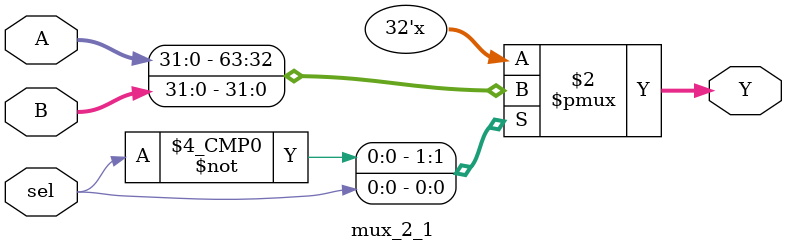
<source format=sv>
module mux_2_1(
    input logic [31:0] A,
    input logic [31:0] B,
    input logic sel,
    output logic [31:0] Y
);
    always_comb begin
        case (sel)
            1'b0: Y = A; //sumOut / ruRs1 / ruRs2
            1'b1: Y = B; // aluRes / pc / immExt
            default: Y = 32'b0;
        endcase
    end

endmodule
</source>
